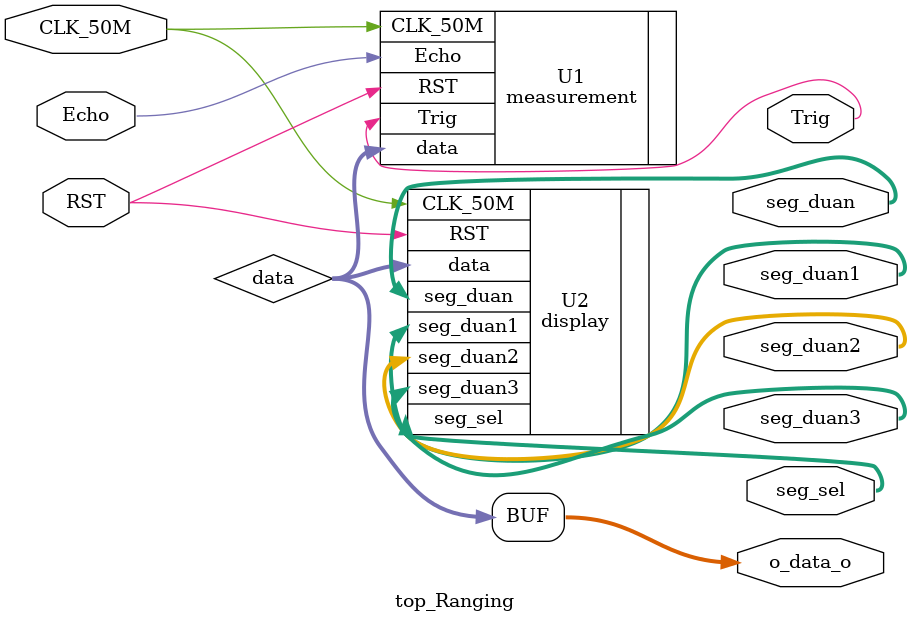
<source format=v>
module top_Ranging(
input	CLK_50M,
input RST,

input wire Echo,
output Trig,

output [6:0] seg_duan,
output [6:0] seg_duan1,
output [6:0] seg_duan2,
output [6:0] seg_duan3,
output [2:0] seg_sel,
output wire [15:0] o_data_o
);

wire  [15:0] data;

assign o_data_o = data;


measurement U1(
		.CLK_50M(CLK_50M),
		.RST (RST),
		.Echo (Echo),
		.Trig (Trig) ,
		.data(data)
);

display U2(
		.CLK_50M	(CLK_50M),
		.RST 		(RST),
		.data(data),
		.seg_duan (seg_duan),
		.seg_duan1 (seg_duan1),
		.seg_duan2 (seg_duan2),
		.seg_duan3 (seg_duan3),
		.seg_sel (seg_sel)
		
);

endmodule



</source>
